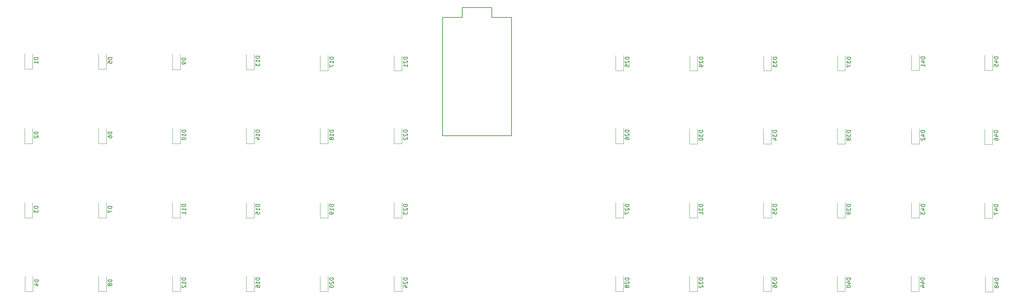
<source format=gbo>
G04 #@! TF.GenerationSoftware,KiCad,Pcbnew,(5.1.5)-3*
G04 #@! TF.CreationDate,2020-01-17T10:26:36-06:00*
G04 #@! TF.ProjectId,starter-ortho,73746172-7465-4722-9d6f-7274686f2e6b,rev?*
G04 #@! TF.SameCoordinates,Original*
G04 #@! TF.FileFunction,Legend,Bot*
G04 #@! TF.FilePolarity,Positive*
%FSLAX46Y46*%
G04 Gerber Fmt 4.6, Leading zero omitted, Abs format (unit mm)*
G04 Created by KiCad (PCBNEW (5.1.5)-3) date 2020-01-17 10:26:36*
%MOMM*%
%LPD*%
G04 APERTURE LIST*
%ADD10C,0.150000*%
%ADD11C,0.120000*%
%ADD12R,2.007000X2.007000*%
%ADD13C,2.007000*%
%ADD14C,1.302000*%
%ADD15C,2.002000*%
%ADD16C,2.102000*%
%ADD17C,3.502000*%
%ADD18C,1.702000*%
%ADD19R,1.702000X1.702000*%
%ADD20R,1.302000X1.002000*%
G04 APERTURE END LIST*
D10*
X140144500Y-46005750D02*
X157924500Y-46005750D01*
X140144500Y-15525750D02*
X140144500Y-46005750D01*
X145224500Y-15525750D02*
X140144500Y-15525750D01*
X145224500Y-12985750D02*
X145224500Y-15525750D01*
X152844500Y-12985750D02*
X145224500Y-12985750D01*
X152844500Y-15525750D02*
X152844500Y-12985750D01*
X157924500Y-15525750D02*
X152844500Y-15525750D01*
X157924500Y-15525750D02*
X157924500Y-46005750D01*
D11*
X282051000Y-86228750D02*
X282051000Y-82328750D01*
X280051000Y-86228750D02*
X280051000Y-82328750D01*
X282051000Y-86228750D02*
X280051000Y-86228750D01*
X281924000Y-67304750D02*
X281924000Y-63404750D01*
X279924000Y-67304750D02*
X279924000Y-63404750D01*
X281924000Y-67304750D02*
X279924000Y-67304750D01*
X281924000Y-48255750D02*
X281924000Y-44355750D01*
X279924000Y-48255750D02*
X279924000Y-44355750D01*
X281924000Y-48255750D02*
X279924000Y-48255750D01*
X281924000Y-29205750D02*
X281924000Y-25305750D01*
X279924000Y-29205750D02*
X279924000Y-25305750D01*
X281924000Y-29205750D02*
X279924000Y-29205750D01*
X262937500Y-86165250D02*
X262937500Y-82265250D01*
X260937500Y-86165250D02*
X260937500Y-82265250D01*
X262937500Y-86165250D02*
X260937500Y-86165250D01*
X263064500Y-67241250D02*
X263064500Y-63341250D01*
X261064500Y-67241250D02*
X261064500Y-63341250D01*
X263064500Y-67241250D02*
X261064500Y-67241250D01*
X263064500Y-48192250D02*
X263064500Y-44292250D01*
X261064500Y-48192250D02*
X261064500Y-44292250D01*
X263064500Y-48192250D02*
X261064500Y-48192250D01*
X263064500Y-29205750D02*
X263064500Y-25305750D01*
X261064500Y-29205750D02*
X261064500Y-25305750D01*
X263064500Y-29205750D02*
X261064500Y-29205750D01*
X243887500Y-86165250D02*
X243887500Y-82265250D01*
X241887500Y-86165250D02*
X241887500Y-82265250D01*
X243887500Y-86165250D02*
X241887500Y-86165250D01*
X243887500Y-67242250D02*
X243887500Y-63342250D01*
X241887500Y-67242250D02*
X241887500Y-63342250D01*
X243887500Y-67242250D02*
X241887500Y-67242250D01*
X243887500Y-48192250D02*
X243887500Y-44292250D01*
X241887500Y-48192250D02*
X241887500Y-44292250D01*
X243887500Y-48192250D02*
X241887500Y-48192250D01*
X243951000Y-29269250D02*
X243951000Y-25369250D01*
X241951000Y-29269250D02*
X241951000Y-25369250D01*
X243951000Y-29269250D02*
X241951000Y-29269250D01*
X224837500Y-86165250D02*
X224837500Y-82265250D01*
X222837500Y-86165250D02*
X222837500Y-82265250D01*
X224837500Y-86165250D02*
X222837500Y-86165250D01*
X224837500Y-67242250D02*
X224837500Y-63342250D01*
X222837500Y-67242250D02*
X222837500Y-63342250D01*
X224837500Y-67242250D02*
X222837500Y-67242250D01*
X224837500Y-48192250D02*
X224837500Y-44292250D01*
X222837500Y-48192250D02*
X222837500Y-44292250D01*
X224837500Y-48192250D02*
X222837500Y-48192250D01*
X224901000Y-29269250D02*
X224901000Y-25369250D01*
X222901000Y-29269250D02*
X222901000Y-25369250D01*
X224901000Y-29269250D02*
X222901000Y-29269250D01*
X205787500Y-86165250D02*
X205787500Y-82265250D01*
X203787500Y-86165250D02*
X203787500Y-82265250D01*
X205787500Y-86165250D02*
X203787500Y-86165250D01*
X205787500Y-67242250D02*
X205787500Y-63342250D01*
X203787500Y-67242250D02*
X203787500Y-63342250D01*
X205787500Y-67242250D02*
X203787500Y-67242250D01*
X205787500Y-48192250D02*
X205787500Y-44292250D01*
X203787500Y-48192250D02*
X203787500Y-44292250D01*
X205787500Y-48192250D02*
X203787500Y-48192250D01*
X205851000Y-29269250D02*
X205851000Y-25369250D01*
X203851000Y-29269250D02*
X203851000Y-25369250D01*
X205851000Y-29269250D02*
X203851000Y-29269250D01*
X186737500Y-86165250D02*
X186737500Y-82265250D01*
X184737500Y-86165250D02*
X184737500Y-82265250D01*
X186737500Y-86165250D02*
X184737500Y-86165250D01*
X186737500Y-67242250D02*
X186737500Y-63342250D01*
X184737500Y-67242250D02*
X184737500Y-63342250D01*
X186737500Y-67242250D02*
X184737500Y-67242250D01*
X186737500Y-48065250D02*
X186737500Y-44165250D01*
X184737500Y-48065250D02*
X184737500Y-44165250D01*
X186737500Y-48065250D02*
X184737500Y-48065250D01*
X186737500Y-29269250D02*
X186737500Y-25369250D01*
X184737500Y-29269250D02*
X184737500Y-25369250D01*
X186737500Y-29269250D02*
X184737500Y-29269250D01*
X129587500Y-86165250D02*
X129587500Y-82265250D01*
X127587500Y-86165250D02*
X127587500Y-82265250D01*
X129587500Y-86165250D02*
X127587500Y-86165250D01*
X129587500Y-67242250D02*
X129587500Y-63342250D01*
X127587500Y-67242250D02*
X127587500Y-63342250D01*
X129587500Y-67242250D02*
X127587500Y-67242250D01*
X129587500Y-48065250D02*
X129587500Y-44165250D01*
X127587500Y-48065250D02*
X127587500Y-44165250D01*
X129587500Y-48065250D02*
X127587500Y-48065250D01*
X129587500Y-29269250D02*
X129587500Y-25369250D01*
X127587500Y-29269250D02*
X127587500Y-25369250D01*
X129587500Y-29269250D02*
X127587500Y-29269250D01*
X110537500Y-86165250D02*
X110537500Y-82265250D01*
X108537500Y-86165250D02*
X108537500Y-82265250D01*
X110537500Y-86165250D02*
X108537500Y-86165250D01*
X110537500Y-67242250D02*
X110537500Y-63342250D01*
X108537500Y-67242250D02*
X108537500Y-63342250D01*
X110537500Y-67242250D02*
X108537500Y-67242250D01*
X110537500Y-48065250D02*
X110537500Y-44165250D01*
X108537500Y-48065250D02*
X108537500Y-44165250D01*
X110537500Y-48065250D02*
X108537500Y-48065250D01*
X110537500Y-29269250D02*
X110537500Y-25369250D01*
X108537500Y-29269250D02*
X108537500Y-25369250D01*
X110537500Y-29269250D02*
X108537500Y-29269250D01*
X91487500Y-86165250D02*
X91487500Y-82265250D01*
X89487500Y-86165250D02*
X89487500Y-82265250D01*
X91487500Y-86165250D02*
X89487500Y-86165250D01*
X91487500Y-67242250D02*
X91487500Y-63342250D01*
X89487500Y-67242250D02*
X89487500Y-63342250D01*
X91487500Y-67242250D02*
X89487500Y-67242250D01*
X91487500Y-48065250D02*
X91487500Y-44165250D01*
X89487500Y-48065250D02*
X89487500Y-44165250D01*
X91487500Y-48065250D02*
X89487500Y-48065250D01*
X91487500Y-29015250D02*
X91487500Y-25115250D01*
X89487500Y-29015250D02*
X89487500Y-25115250D01*
X91487500Y-29015250D02*
X89487500Y-29015250D01*
X72437500Y-86165250D02*
X72437500Y-82265250D01*
X70437500Y-86165250D02*
X70437500Y-82265250D01*
X72437500Y-86165250D02*
X70437500Y-86165250D01*
X72437500Y-67242250D02*
X72437500Y-63342250D01*
X70437500Y-67242250D02*
X70437500Y-63342250D01*
X72437500Y-67242250D02*
X70437500Y-67242250D01*
X72437500Y-48065250D02*
X72437500Y-44165250D01*
X70437500Y-48065250D02*
X70437500Y-44165250D01*
X72437500Y-48065250D02*
X70437500Y-48065250D01*
X72437500Y-29015250D02*
X72437500Y-25115250D01*
X70437500Y-29015250D02*
X70437500Y-25115250D01*
X72437500Y-29015250D02*
X70437500Y-29015250D01*
X53387500Y-86165250D02*
X53387500Y-82265250D01*
X51387500Y-86165250D02*
X51387500Y-82265250D01*
X53387500Y-86165250D02*
X51387500Y-86165250D01*
X53387500Y-67242250D02*
X53387500Y-63342250D01*
X51387500Y-67242250D02*
X51387500Y-63342250D01*
X53387500Y-67242250D02*
X51387500Y-67242250D01*
X53387500Y-48065250D02*
X53387500Y-44165250D01*
X51387500Y-48065250D02*
X51387500Y-44165250D01*
X53387500Y-48065250D02*
X51387500Y-48065250D01*
X53387500Y-28888250D02*
X53387500Y-24988250D01*
X51387500Y-28888250D02*
X51387500Y-24988250D01*
X53387500Y-28888250D02*
X51387500Y-28888250D01*
X34464500Y-86165250D02*
X34464500Y-82265250D01*
X32464500Y-86165250D02*
X32464500Y-82265250D01*
X34464500Y-86165250D02*
X32464500Y-86165250D01*
X34337500Y-67242250D02*
X34337500Y-63342250D01*
X32337500Y-67242250D02*
X32337500Y-63342250D01*
X34337500Y-67242250D02*
X32337500Y-67242250D01*
X34337500Y-48065250D02*
X34337500Y-44165250D01*
X32337500Y-48065250D02*
X32337500Y-44165250D01*
X34337500Y-48065250D02*
X32337500Y-48065250D01*
X34337500Y-28888250D02*
X34337500Y-24988250D01*
X32337500Y-28888250D02*
X32337500Y-24988250D01*
X34337500Y-28888250D02*
X32337500Y-28888250D01*
D10*
X283503380Y-82764464D02*
X282503380Y-82764464D01*
X282503380Y-83002559D01*
X282551000Y-83145416D01*
X282646238Y-83240654D01*
X282741476Y-83288273D01*
X282931952Y-83335892D01*
X283074809Y-83335892D01*
X283265285Y-83288273D01*
X283360523Y-83240654D01*
X283455761Y-83145416D01*
X283503380Y-83002559D01*
X283503380Y-82764464D01*
X282836714Y-84193035D02*
X283503380Y-84193035D01*
X282455761Y-83954940D02*
X283170047Y-83716845D01*
X283170047Y-84335892D01*
X282931952Y-84859702D02*
X282884333Y-84764464D01*
X282836714Y-84716845D01*
X282741476Y-84669226D01*
X282693857Y-84669226D01*
X282598619Y-84716845D01*
X282551000Y-84764464D01*
X282503380Y-84859702D01*
X282503380Y-85050178D01*
X282551000Y-85145416D01*
X282598619Y-85193035D01*
X282693857Y-85240654D01*
X282741476Y-85240654D01*
X282836714Y-85193035D01*
X282884333Y-85145416D01*
X282931952Y-85050178D01*
X282931952Y-84859702D01*
X282979571Y-84764464D01*
X283027190Y-84716845D01*
X283122428Y-84669226D01*
X283312904Y-84669226D01*
X283408142Y-84716845D01*
X283455761Y-84764464D01*
X283503380Y-84859702D01*
X283503380Y-85050178D01*
X283455761Y-85145416D01*
X283408142Y-85193035D01*
X283312904Y-85240654D01*
X283122428Y-85240654D01*
X283027190Y-85193035D01*
X282979571Y-85145416D01*
X282931952Y-85050178D01*
X283376380Y-63840464D02*
X282376380Y-63840464D01*
X282376380Y-64078559D01*
X282424000Y-64221416D01*
X282519238Y-64316654D01*
X282614476Y-64364273D01*
X282804952Y-64411892D01*
X282947809Y-64411892D01*
X283138285Y-64364273D01*
X283233523Y-64316654D01*
X283328761Y-64221416D01*
X283376380Y-64078559D01*
X283376380Y-63840464D01*
X282709714Y-65269035D02*
X283376380Y-65269035D01*
X282328761Y-65030940D02*
X283043047Y-64792845D01*
X283043047Y-65411892D01*
X282376380Y-65697607D02*
X282376380Y-66364273D01*
X283376380Y-65935702D01*
X283376380Y-44791464D02*
X282376380Y-44791464D01*
X282376380Y-45029559D01*
X282424000Y-45172416D01*
X282519238Y-45267654D01*
X282614476Y-45315273D01*
X282804952Y-45362892D01*
X282947809Y-45362892D01*
X283138285Y-45315273D01*
X283233523Y-45267654D01*
X283328761Y-45172416D01*
X283376380Y-45029559D01*
X283376380Y-44791464D01*
X282709714Y-46220035D02*
X283376380Y-46220035D01*
X282328761Y-45981940D02*
X283043047Y-45743845D01*
X283043047Y-46362892D01*
X282376380Y-47172416D02*
X282376380Y-46981940D01*
X282424000Y-46886702D01*
X282471619Y-46839083D01*
X282614476Y-46743845D01*
X282804952Y-46696226D01*
X283185904Y-46696226D01*
X283281142Y-46743845D01*
X283328761Y-46791464D01*
X283376380Y-46886702D01*
X283376380Y-47077178D01*
X283328761Y-47172416D01*
X283281142Y-47220035D01*
X283185904Y-47267654D01*
X282947809Y-47267654D01*
X282852571Y-47220035D01*
X282804952Y-47172416D01*
X282757333Y-47077178D01*
X282757333Y-46886702D01*
X282804952Y-46791464D01*
X282852571Y-46743845D01*
X282947809Y-46696226D01*
X283376380Y-25741464D02*
X282376380Y-25741464D01*
X282376380Y-25979559D01*
X282424000Y-26122416D01*
X282519238Y-26217654D01*
X282614476Y-26265273D01*
X282804952Y-26312892D01*
X282947809Y-26312892D01*
X283138285Y-26265273D01*
X283233523Y-26217654D01*
X283328761Y-26122416D01*
X283376380Y-25979559D01*
X283376380Y-25741464D01*
X282709714Y-27170035D02*
X283376380Y-27170035D01*
X282328761Y-26931940D02*
X283043047Y-26693845D01*
X283043047Y-27312892D01*
X282376380Y-28170035D02*
X282376380Y-27693845D01*
X282852571Y-27646226D01*
X282804952Y-27693845D01*
X282757333Y-27789083D01*
X282757333Y-28027178D01*
X282804952Y-28122416D01*
X282852571Y-28170035D01*
X282947809Y-28217654D01*
X283185904Y-28217654D01*
X283281142Y-28170035D01*
X283328761Y-28122416D01*
X283376380Y-28027178D01*
X283376380Y-27789083D01*
X283328761Y-27693845D01*
X283281142Y-27646226D01*
X264389880Y-82700964D02*
X263389880Y-82700964D01*
X263389880Y-82939059D01*
X263437500Y-83081916D01*
X263532738Y-83177154D01*
X263627976Y-83224773D01*
X263818452Y-83272392D01*
X263961309Y-83272392D01*
X264151785Y-83224773D01*
X264247023Y-83177154D01*
X264342261Y-83081916D01*
X264389880Y-82939059D01*
X264389880Y-82700964D01*
X263723214Y-84129535D02*
X264389880Y-84129535D01*
X263342261Y-83891440D02*
X264056547Y-83653345D01*
X264056547Y-84272392D01*
X263723214Y-85081916D02*
X264389880Y-85081916D01*
X263342261Y-84843821D02*
X264056547Y-84605726D01*
X264056547Y-85224773D01*
X264516880Y-63776964D02*
X263516880Y-63776964D01*
X263516880Y-64015059D01*
X263564500Y-64157916D01*
X263659738Y-64253154D01*
X263754976Y-64300773D01*
X263945452Y-64348392D01*
X264088309Y-64348392D01*
X264278785Y-64300773D01*
X264374023Y-64253154D01*
X264469261Y-64157916D01*
X264516880Y-64015059D01*
X264516880Y-63776964D01*
X263850214Y-65205535D02*
X264516880Y-65205535D01*
X263469261Y-64967440D02*
X264183547Y-64729345D01*
X264183547Y-65348392D01*
X263516880Y-65634107D02*
X263516880Y-66253154D01*
X263897833Y-65919821D01*
X263897833Y-66062678D01*
X263945452Y-66157916D01*
X263993071Y-66205535D01*
X264088309Y-66253154D01*
X264326404Y-66253154D01*
X264421642Y-66205535D01*
X264469261Y-66157916D01*
X264516880Y-66062678D01*
X264516880Y-65776964D01*
X264469261Y-65681726D01*
X264421642Y-65634107D01*
X264516880Y-44727964D02*
X263516880Y-44727964D01*
X263516880Y-44966059D01*
X263564500Y-45108916D01*
X263659738Y-45204154D01*
X263754976Y-45251773D01*
X263945452Y-45299392D01*
X264088309Y-45299392D01*
X264278785Y-45251773D01*
X264374023Y-45204154D01*
X264469261Y-45108916D01*
X264516880Y-44966059D01*
X264516880Y-44727964D01*
X263850214Y-46156535D02*
X264516880Y-46156535D01*
X263469261Y-45918440D02*
X264183547Y-45680345D01*
X264183547Y-46299392D01*
X263612119Y-46632726D02*
X263564500Y-46680345D01*
X263516880Y-46775583D01*
X263516880Y-47013678D01*
X263564500Y-47108916D01*
X263612119Y-47156535D01*
X263707357Y-47204154D01*
X263802595Y-47204154D01*
X263945452Y-47156535D01*
X264516880Y-46585107D01*
X264516880Y-47204154D01*
X264516880Y-25741464D02*
X263516880Y-25741464D01*
X263516880Y-25979559D01*
X263564500Y-26122416D01*
X263659738Y-26217654D01*
X263754976Y-26265273D01*
X263945452Y-26312892D01*
X264088309Y-26312892D01*
X264278785Y-26265273D01*
X264374023Y-26217654D01*
X264469261Y-26122416D01*
X264516880Y-25979559D01*
X264516880Y-25741464D01*
X263850214Y-27170035D02*
X264516880Y-27170035D01*
X263469261Y-26931940D02*
X264183547Y-26693845D01*
X264183547Y-27312892D01*
X264516880Y-28217654D02*
X264516880Y-27646226D01*
X264516880Y-27931940D02*
X263516880Y-27931940D01*
X263659738Y-27836702D01*
X263754976Y-27741464D01*
X263802595Y-27646226D01*
X245339880Y-82700964D02*
X244339880Y-82700964D01*
X244339880Y-82939059D01*
X244387500Y-83081916D01*
X244482738Y-83177154D01*
X244577976Y-83224773D01*
X244768452Y-83272392D01*
X244911309Y-83272392D01*
X245101785Y-83224773D01*
X245197023Y-83177154D01*
X245292261Y-83081916D01*
X245339880Y-82939059D01*
X245339880Y-82700964D01*
X244673214Y-84129535D02*
X245339880Y-84129535D01*
X244292261Y-83891440D02*
X245006547Y-83653345D01*
X245006547Y-84272392D01*
X244339880Y-84843821D02*
X244339880Y-84939059D01*
X244387500Y-85034297D01*
X244435119Y-85081916D01*
X244530357Y-85129535D01*
X244720833Y-85177154D01*
X244958928Y-85177154D01*
X245149404Y-85129535D01*
X245244642Y-85081916D01*
X245292261Y-85034297D01*
X245339880Y-84939059D01*
X245339880Y-84843821D01*
X245292261Y-84748583D01*
X245244642Y-84700964D01*
X245149404Y-84653345D01*
X244958928Y-84605726D01*
X244720833Y-84605726D01*
X244530357Y-84653345D01*
X244435119Y-84700964D01*
X244387500Y-84748583D01*
X244339880Y-84843821D01*
X245339880Y-63777964D02*
X244339880Y-63777964D01*
X244339880Y-64016059D01*
X244387500Y-64158916D01*
X244482738Y-64254154D01*
X244577976Y-64301773D01*
X244768452Y-64349392D01*
X244911309Y-64349392D01*
X245101785Y-64301773D01*
X245197023Y-64254154D01*
X245292261Y-64158916D01*
X245339880Y-64016059D01*
X245339880Y-63777964D01*
X244339880Y-64682726D02*
X244339880Y-65301773D01*
X244720833Y-64968440D01*
X244720833Y-65111297D01*
X244768452Y-65206535D01*
X244816071Y-65254154D01*
X244911309Y-65301773D01*
X245149404Y-65301773D01*
X245244642Y-65254154D01*
X245292261Y-65206535D01*
X245339880Y-65111297D01*
X245339880Y-64825583D01*
X245292261Y-64730345D01*
X245244642Y-64682726D01*
X245339880Y-65777964D02*
X245339880Y-65968440D01*
X245292261Y-66063678D01*
X245244642Y-66111297D01*
X245101785Y-66206535D01*
X244911309Y-66254154D01*
X244530357Y-66254154D01*
X244435119Y-66206535D01*
X244387500Y-66158916D01*
X244339880Y-66063678D01*
X244339880Y-65873202D01*
X244387500Y-65777964D01*
X244435119Y-65730345D01*
X244530357Y-65682726D01*
X244768452Y-65682726D01*
X244863690Y-65730345D01*
X244911309Y-65777964D01*
X244958928Y-65873202D01*
X244958928Y-66063678D01*
X244911309Y-66158916D01*
X244863690Y-66206535D01*
X244768452Y-66254154D01*
X245339880Y-44727964D02*
X244339880Y-44727964D01*
X244339880Y-44966059D01*
X244387500Y-45108916D01*
X244482738Y-45204154D01*
X244577976Y-45251773D01*
X244768452Y-45299392D01*
X244911309Y-45299392D01*
X245101785Y-45251773D01*
X245197023Y-45204154D01*
X245292261Y-45108916D01*
X245339880Y-44966059D01*
X245339880Y-44727964D01*
X244339880Y-45632726D02*
X244339880Y-46251773D01*
X244720833Y-45918440D01*
X244720833Y-46061297D01*
X244768452Y-46156535D01*
X244816071Y-46204154D01*
X244911309Y-46251773D01*
X245149404Y-46251773D01*
X245244642Y-46204154D01*
X245292261Y-46156535D01*
X245339880Y-46061297D01*
X245339880Y-45775583D01*
X245292261Y-45680345D01*
X245244642Y-45632726D01*
X244768452Y-46823202D02*
X244720833Y-46727964D01*
X244673214Y-46680345D01*
X244577976Y-46632726D01*
X244530357Y-46632726D01*
X244435119Y-46680345D01*
X244387500Y-46727964D01*
X244339880Y-46823202D01*
X244339880Y-47013678D01*
X244387500Y-47108916D01*
X244435119Y-47156535D01*
X244530357Y-47204154D01*
X244577976Y-47204154D01*
X244673214Y-47156535D01*
X244720833Y-47108916D01*
X244768452Y-47013678D01*
X244768452Y-46823202D01*
X244816071Y-46727964D01*
X244863690Y-46680345D01*
X244958928Y-46632726D01*
X245149404Y-46632726D01*
X245244642Y-46680345D01*
X245292261Y-46727964D01*
X245339880Y-46823202D01*
X245339880Y-47013678D01*
X245292261Y-47108916D01*
X245244642Y-47156535D01*
X245149404Y-47204154D01*
X244958928Y-47204154D01*
X244863690Y-47156535D01*
X244816071Y-47108916D01*
X244768452Y-47013678D01*
X245403380Y-25804964D02*
X244403380Y-25804964D01*
X244403380Y-26043059D01*
X244451000Y-26185916D01*
X244546238Y-26281154D01*
X244641476Y-26328773D01*
X244831952Y-26376392D01*
X244974809Y-26376392D01*
X245165285Y-26328773D01*
X245260523Y-26281154D01*
X245355761Y-26185916D01*
X245403380Y-26043059D01*
X245403380Y-25804964D01*
X244403380Y-26709726D02*
X244403380Y-27328773D01*
X244784333Y-26995440D01*
X244784333Y-27138297D01*
X244831952Y-27233535D01*
X244879571Y-27281154D01*
X244974809Y-27328773D01*
X245212904Y-27328773D01*
X245308142Y-27281154D01*
X245355761Y-27233535D01*
X245403380Y-27138297D01*
X245403380Y-26852583D01*
X245355761Y-26757345D01*
X245308142Y-26709726D01*
X244403380Y-27662107D02*
X244403380Y-28328773D01*
X245403380Y-27900202D01*
X226289880Y-82700964D02*
X225289880Y-82700964D01*
X225289880Y-82939059D01*
X225337500Y-83081916D01*
X225432738Y-83177154D01*
X225527976Y-83224773D01*
X225718452Y-83272392D01*
X225861309Y-83272392D01*
X226051785Y-83224773D01*
X226147023Y-83177154D01*
X226242261Y-83081916D01*
X226289880Y-82939059D01*
X226289880Y-82700964D01*
X225289880Y-83605726D02*
X225289880Y-84224773D01*
X225670833Y-83891440D01*
X225670833Y-84034297D01*
X225718452Y-84129535D01*
X225766071Y-84177154D01*
X225861309Y-84224773D01*
X226099404Y-84224773D01*
X226194642Y-84177154D01*
X226242261Y-84129535D01*
X226289880Y-84034297D01*
X226289880Y-83748583D01*
X226242261Y-83653345D01*
X226194642Y-83605726D01*
X225289880Y-85081916D02*
X225289880Y-84891440D01*
X225337500Y-84796202D01*
X225385119Y-84748583D01*
X225527976Y-84653345D01*
X225718452Y-84605726D01*
X226099404Y-84605726D01*
X226194642Y-84653345D01*
X226242261Y-84700964D01*
X226289880Y-84796202D01*
X226289880Y-84986678D01*
X226242261Y-85081916D01*
X226194642Y-85129535D01*
X226099404Y-85177154D01*
X225861309Y-85177154D01*
X225766071Y-85129535D01*
X225718452Y-85081916D01*
X225670833Y-84986678D01*
X225670833Y-84796202D01*
X225718452Y-84700964D01*
X225766071Y-84653345D01*
X225861309Y-84605726D01*
X226289880Y-63777964D02*
X225289880Y-63777964D01*
X225289880Y-64016059D01*
X225337500Y-64158916D01*
X225432738Y-64254154D01*
X225527976Y-64301773D01*
X225718452Y-64349392D01*
X225861309Y-64349392D01*
X226051785Y-64301773D01*
X226147023Y-64254154D01*
X226242261Y-64158916D01*
X226289880Y-64016059D01*
X226289880Y-63777964D01*
X225289880Y-64682726D02*
X225289880Y-65301773D01*
X225670833Y-64968440D01*
X225670833Y-65111297D01*
X225718452Y-65206535D01*
X225766071Y-65254154D01*
X225861309Y-65301773D01*
X226099404Y-65301773D01*
X226194642Y-65254154D01*
X226242261Y-65206535D01*
X226289880Y-65111297D01*
X226289880Y-64825583D01*
X226242261Y-64730345D01*
X226194642Y-64682726D01*
X225289880Y-66206535D02*
X225289880Y-65730345D01*
X225766071Y-65682726D01*
X225718452Y-65730345D01*
X225670833Y-65825583D01*
X225670833Y-66063678D01*
X225718452Y-66158916D01*
X225766071Y-66206535D01*
X225861309Y-66254154D01*
X226099404Y-66254154D01*
X226194642Y-66206535D01*
X226242261Y-66158916D01*
X226289880Y-66063678D01*
X226289880Y-65825583D01*
X226242261Y-65730345D01*
X226194642Y-65682726D01*
X226289880Y-44727964D02*
X225289880Y-44727964D01*
X225289880Y-44966059D01*
X225337500Y-45108916D01*
X225432738Y-45204154D01*
X225527976Y-45251773D01*
X225718452Y-45299392D01*
X225861309Y-45299392D01*
X226051785Y-45251773D01*
X226147023Y-45204154D01*
X226242261Y-45108916D01*
X226289880Y-44966059D01*
X226289880Y-44727964D01*
X225289880Y-45632726D02*
X225289880Y-46251773D01*
X225670833Y-45918440D01*
X225670833Y-46061297D01*
X225718452Y-46156535D01*
X225766071Y-46204154D01*
X225861309Y-46251773D01*
X226099404Y-46251773D01*
X226194642Y-46204154D01*
X226242261Y-46156535D01*
X226289880Y-46061297D01*
X226289880Y-45775583D01*
X226242261Y-45680345D01*
X226194642Y-45632726D01*
X225623214Y-47108916D02*
X226289880Y-47108916D01*
X225242261Y-46870821D02*
X225956547Y-46632726D01*
X225956547Y-47251773D01*
X226353380Y-25804964D02*
X225353380Y-25804964D01*
X225353380Y-26043059D01*
X225401000Y-26185916D01*
X225496238Y-26281154D01*
X225591476Y-26328773D01*
X225781952Y-26376392D01*
X225924809Y-26376392D01*
X226115285Y-26328773D01*
X226210523Y-26281154D01*
X226305761Y-26185916D01*
X226353380Y-26043059D01*
X226353380Y-25804964D01*
X225353380Y-26709726D02*
X225353380Y-27328773D01*
X225734333Y-26995440D01*
X225734333Y-27138297D01*
X225781952Y-27233535D01*
X225829571Y-27281154D01*
X225924809Y-27328773D01*
X226162904Y-27328773D01*
X226258142Y-27281154D01*
X226305761Y-27233535D01*
X226353380Y-27138297D01*
X226353380Y-26852583D01*
X226305761Y-26757345D01*
X226258142Y-26709726D01*
X225353380Y-27662107D02*
X225353380Y-28281154D01*
X225734333Y-27947821D01*
X225734333Y-28090678D01*
X225781952Y-28185916D01*
X225829571Y-28233535D01*
X225924809Y-28281154D01*
X226162904Y-28281154D01*
X226258142Y-28233535D01*
X226305761Y-28185916D01*
X226353380Y-28090678D01*
X226353380Y-27804964D01*
X226305761Y-27709726D01*
X226258142Y-27662107D01*
X207239880Y-82700964D02*
X206239880Y-82700964D01*
X206239880Y-82939059D01*
X206287500Y-83081916D01*
X206382738Y-83177154D01*
X206477976Y-83224773D01*
X206668452Y-83272392D01*
X206811309Y-83272392D01*
X207001785Y-83224773D01*
X207097023Y-83177154D01*
X207192261Y-83081916D01*
X207239880Y-82939059D01*
X207239880Y-82700964D01*
X206239880Y-83605726D02*
X206239880Y-84224773D01*
X206620833Y-83891440D01*
X206620833Y-84034297D01*
X206668452Y-84129535D01*
X206716071Y-84177154D01*
X206811309Y-84224773D01*
X207049404Y-84224773D01*
X207144642Y-84177154D01*
X207192261Y-84129535D01*
X207239880Y-84034297D01*
X207239880Y-83748583D01*
X207192261Y-83653345D01*
X207144642Y-83605726D01*
X206335119Y-84605726D02*
X206287500Y-84653345D01*
X206239880Y-84748583D01*
X206239880Y-84986678D01*
X206287500Y-85081916D01*
X206335119Y-85129535D01*
X206430357Y-85177154D01*
X206525595Y-85177154D01*
X206668452Y-85129535D01*
X207239880Y-84558107D01*
X207239880Y-85177154D01*
X207239880Y-63777964D02*
X206239880Y-63777964D01*
X206239880Y-64016059D01*
X206287500Y-64158916D01*
X206382738Y-64254154D01*
X206477976Y-64301773D01*
X206668452Y-64349392D01*
X206811309Y-64349392D01*
X207001785Y-64301773D01*
X207097023Y-64254154D01*
X207192261Y-64158916D01*
X207239880Y-64016059D01*
X207239880Y-63777964D01*
X206239880Y-64682726D02*
X206239880Y-65301773D01*
X206620833Y-64968440D01*
X206620833Y-65111297D01*
X206668452Y-65206535D01*
X206716071Y-65254154D01*
X206811309Y-65301773D01*
X207049404Y-65301773D01*
X207144642Y-65254154D01*
X207192261Y-65206535D01*
X207239880Y-65111297D01*
X207239880Y-64825583D01*
X207192261Y-64730345D01*
X207144642Y-64682726D01*
X207239880Y-66254154D02*
X207239880Y-65682726D01*
X207239880Y-65968440D02*
X206239880Y-65968440D01*
X206382738Y-65873202D01*
X206477976Y-65777964D01*
X206525595Y-65682726D01*
X207239880Y-44727964D02*
X206239880Y-44727964D01*
X206239880Y-44966059D01*
X206287500Y-45108916D01*
X206382738Y-45204154D01*
X206477976Y-45251773D01*
X206668452Y-45299392D01*
X206811309Y-45299392D01*
X207001785Y-45251773D01*
X207097023Y-45204154D01*
X207192261Y-45108916D01*
X207239880Y-44966059D01*
X207239880Y-44727964D01*
X206239880Y-45632726D02*
X206239880Y-46251773D01*
X206620833Y-45918440D01*
X206620833Y-46061297D01*
X206668452Y-46156535D01*
X206716071Y-46204154D01*
X206811309Y-46251773D01*
X207049404Y-46251773D01*
X207144642Y-46204154D01*
X207192261Y-46156535D01*
X207239880Y-46061297D01*
X207239880Y-45775583D01*
X207192261Y-45680345D01*
X207144642Y-45632726D01*
X206239880Y-46870821D02*
X206239880Y-46966059D01*
X206287500Y-47061297D01*
X206335119Y-47108916D01*
X206430357Y-47156535D01*
X206620833Y-47204154D01*
X206858928Y-47204154D01*
X207049404Y-47156535D01*
X207144642Y-47108916D01*
X207192261Y-47061297D01*
X207239880Y-46966059D01*
X207239880Y-46870821D01*
X207192261Y-46775583D01*
X207144642Y-46727964D01*
X207049404Y-46680345D01*
X206858928Y-46632726D01*
X206620833Y-46632726D01*
X206430357Y-46680345D01*
X206335119Y-46727964D01*
X206287500Y-46775583D01*
X206239880Y-46870821D01*
X207303380Y-25804964D02*
X206303380Y-25804964D01*
X206303380Y-26043059D01*
X206351000Y-26185916D01*
X206446238Y-26281154D01*
X206541476Y-26328773D01*
X206731952Y-26376392D01*
X206874809Y-26376392D01*
X207065285Y-26328773D01*
X207160523Y-26281154D01*
X207255761Y-26185916D01*
X207303380Y-26043059D01*
X207303380Y-25804964D01*
X206398619Y-26757345D02*
X206351000Y-26804964D01*
X206303380Y-26900202D01*
X206303380Y-27138297D01*
X206351000Y-27233535D01*
X206398619Y-27281154D01*
X206493857Y-27328773D01*
X206589095Y-27328773D01*
X206731952Y-27281154D01*
X207303380Y-26709726D01*
X207303380Y-27328773D01*
X207303380Y-27804964D02*
X207303380Y-27995440D01*
X207255761Y-28090678D01*
X207208142Y-28138297D01*
X207065285Y-28233535D01*
X206874809Y-28281154D01*
X206493857Y-28281154D01*
X206398619Y-28233535D01*
X206351000Y-28185916D01*
X206303380Y-28090678D01*
X206303380Y-27900202D01*
X206351000Y-27804964D01*
X206398619Y-27757345D01*
X206493857Y-27709726D01*
X206731952Y-27709726D01*
X206827190Y-27757345D01*
X206874809Y-27804964D01*
X206922428Y-27900202D01*
X206922428Y-28090678D01*
X206874809Y-28185916D01*
X206827190Y-28233535D01*
X206731952Y-28281154D01*
X188189880Y-82700964D02*
X187189880Y-82700964D01*
X187189880Y-82939059D01*
X187237500Y-83081916D01*
X187332738Y-83177154D01*
X187427976Y-83224773D01*
X187618452Y-83272392D01*
X187761309Y-83272392D01*
X187951785Y-83224773D01*
X188047023Y-83177154D01*
X188142261Y-83081916D01*
X188189880Y-82939059D01*
X188189880Y-82700964D01*
X187285119Y-83653345D02*
X187237500Y-83700964D01*
X187189880Y-83796202D01*
X187189880Y-84034297D01*
X187237500Y-84129535D01*
X187285119Y-84177154D01*
X187380357Y-84224773D01*
X187475595Y-84224773D01*
X187618452Y-84177154D01*
X188189880Y-83605726D01*
X188189880Y-84224773D01*
X187618452Y-84796202D02*
X187570833Y-84700964D01*
X187523214Y-84653345D01*
X187427976Y-84605726D01*
X187380357Y-84605726D01*
X187285119Y-84653345D01*
X187237500Y-84700964D01*
X187189880Y-84796202D01*
X187189880Y-84986678D01*
X187237500Y-85081916D01*
X187285119Y-85129535D01*
X187380357Y-85177154D01*
X187427976Y-85177154D01*
X187523214Y-85129535D01*
X187570833Y-85081916D01*
X187618452Y-84986678D01*
X187618452Y-84796202D01*
X187666071Y-84700964D01*
X187713690Y-84653345D01*
X187808928Y-84605726D01*
X187999404Y-84605726D01*
X188094642Y-84653345D01*
X188142261Y-84700964D01*
X188189880Y-84796202D01*
X188189880Y-84986678D01*
X188142261Y-85081916D01*
X188094642Y-85129535D01*
X187999404Y-85177154D01*
X187808928Y-85177154D01*
X187713690Y-85129535D01*
X187666071Y-85081916D01*
X187618452Y-84986678D01*
X188189880Y-63777964D02*
X187189880Y-63777964D01*
X187189880Y-64016059D01*
X187237500Y-64158916D01*
X187332738Y-64254154D01*
X187427976Y-64301773D01*
X187618452Y-64349392D01*
X187761309Y-64349392D01*
X187951785Y-64301773D01*
X188047023Y-64254154D01*
X188142261Y-64158916D01*
X188189880Y-64016059D01*
X188189880Y-63777964D01*
X187285119Y-64730345D02*
X187237500Y-64777964D01*
X187189880Y-64873202D01*
X187189880Y-65111297D01*
X187237500Y-65206535D01*
X187285119Y-65254154D01*
X187380357Y-65301773D01*
X187475595Y-65301773D01*
X187618452Y-65254154D01*
X188189880Y-64682726D01*
X188189880Y-65301773D01*
X187189880Y-65635107D02*
X187189880Y-66301773D01*
X188189880Y-65873202D01*
X188189880Y-44600964D02*
X187189880Y-44600964D01*
X187189880Y-44839059D01*
X187237500Y-44981916D01*
X187332738Y-45077154D01*
X187427976Y-45124773D01*
X187618452Y-45172392D01*
X187761309Y-45172392D01*
X187951785Y-45124773D01*
X188047023Y-45077154D01*
X188142261Y-44981916D01*
X188189880Y-44839059D01*
X188189880Y-44600964D01*
X187285119Y-45553345D02*
X187237500Y-45600964D01*
X187189880Y-45696202D01*
X187189880Y-45934297D01*
X187237500Y-46029535D01*
X187285119Y-46077154D01*
X187380357Y-46124773D01*
X187475595Y-46124773D01*
X187618452Y-46077154D01*
X188189880Y-45505726D01*
X188189880Y-46124773D01*
X187189880Y-46981916D02*
X187189880Y-46791440D01*
X187237500Y-46696202D01*
X187285119Y-46648583D01*
X187427976Y-46553345D01*
X187618452Y-46505726D01*
X187999404Y-46505726D01*
X188094642Y-46553345D01*
X188142261Y-46600964D01*
X188189880Y-46696202D01*
X188189880Y-46886678D01*
X188142261Y-46981916D01*
X188094642Y-47029535D01*
X187999404Y-47077154D01*
X187761309Y-47077154D01*
X187666071Y-47029535D01*
X187618452Y-46981916D01*
X187570833Y-46886678D01*
X187570833Y-46696202D01*
X187618452Y-46600964D01*
X187666071Y-46553345D01*
X187761309Y-46505726D01*
X188189880Y-25804964D02*
X187189880Y-25804964D01*
X187189880Y-26043059D01*
X187237500Y-26185916D01*
X187332738Y-26281154D01*
X187427976Y-26328773D01*
X187618452Y-26376392D01*
X187761309Y-26376392D01*
X187951785Y-26328773D01*
X188047023Y-26281154D01*
X188142261Y-26185916D01*
X188189880Y-26043059D01*
X188189880Y-25804964D01*
X187285119Y-26757345D02*
X187237500Y-26804964D01*
X187189880Y-26900202D01*
X187189880Y-27138297D01*
X187237500Y-27233535D01*
X187285119Y-27281154D01*
X187380357Y-27328773D01*
X187475595Y-27328773D01*
X187618452Y-27281154D01*
X188189880Y-26709726D01*
X188189880Y-27328773D01*
X187189880Y-28233535D02*
X187189880Y-27757345D01*
X187666071Y-27709726D01*
X187618452Y-27757345D01*
X187570833Y-27852583D01*
X187570833Y-28090678D01*
X187618452Y-28185916D01*
X187666071Y-28233535D01*
X187761309Y-28281154D01*
X187999404Y-28281154D01*
X188094642Y-28233535D01*
X188142261Y-28185916D01*
X188189880Y-28090678D01*
X188189880Y-27852583D01*
X188142261Y-27757345D01*
X188094642Y-27709726D01*
X131039880Y-82700964D02*
X130039880Y-82700964D01*
X130039880Y-82939059D01*
X130087500Y-83081916D01*
X130182738Y-83177154D01*
X130277976Y-83224773D01*
X130468452Y-83272392D01*
X130611309Y-83272392D01*
X130801785Y-83224773D01*
X130897023Y-83177154D01*
X130992261Y-83081916D01*
X131039880Y-82939059D01*
X131039880Y-82700964D01*
X130135119Y-83653345D02*
X130087500Y-83700964D01*
X130039880Y-83796202D01*
X130039880Y-84034297D01*
X130087500Y-84129535D01*
X130135119Y-84177154D01*
X130230357Y-84224773D01*
X130325595Y-84224773D01*
X130468452Y-84177154D01*
X131039880Y-83605726D01*
X131039880Y-84224773D01*
X130373214Y-85081916D02*
X131039880Y-85081916D01*
X129992261Y-84843821D02*
X130706547Y-84605726D01*
X130706547Y-85224773D01*
X131039880Y-63777964D02*
X130039880Y-63777964D01*
X130039880Y-64016059D01*
X130087500Y-64158916D01*
X130182738Y-64254154D01*
X130277976Y-64301773D01*
X130468452Y-64349392D01*
X130611309Y-64349392D01*
X130801785Y-64301773D01*
X130897023Y-64254154D01*
X130992261Y-64158916D01*
X131039880Y-64016059D01*
X131039880Y-63777964D01*
X130135119Y-64730345D02*
X130087500Y-64777964D01*
X130039880Y-64873202D01*
X130039880Y-65111297D01*
X130087500Y-65206535D01*
X130135119Y-65254154D01*
X130230357Y-65301773D01*
X130325595Y-65301773D01*
X130468452Y-65254154D01*
X131039880Y-64682726D01*
X131039880Y-65301773D01*
X130039880Y-65635107D02*
X130039880Y-66254154D01*
X130420833Y-65920821D01*
X130420833Y-66063678D01*
X130468452Y-66158916D01*
X130516071Y-66206535D01*
X130611309Y-66254154D01*
X130849404Y-66254154D01*
X130944642Y-66206535D01*
X130992261Y-66158916D01*
X131039880Y-66063678D01*
X131039880Y-65777964D01*
X130992261Y-65682726D01*
X130944642Y-65635107D01*
X131039880Y-44600964D02*
X130039880Y-44600964D01*
X130039880Y-44839059D01*
X130087500Y-44981916D01*
X130182738Y-45077154D01*
X130277976Y-45124773D01*
X130468452Y-45172392D01*
X130611309Y-45172392D01*
X130801785Y-45124773D01*
X130897023Y-45077154D01*
X130992261Y-44981916D01*
X131039880Y-44839059D01*
X131039880Y-44600964D01*
X130135119Y-45553345D02*
X130087500Y-45600964D01*
X130039880Y-45696202D01*
X130039880Y-45934297D01*
X130087500Y-46029535D01*
X130135119Y-46077154D01*
X130230357Y-46124773D01*
X130325595Y-46124773D01*
X130468452Y-46077154D01*
X131039880Y-45505726D01*
X131039880Y-46124773D01*
X130135119Y-46505726D02*
X130087500Y-46553345D01*
X130039880Y-46648583D01*
X130039880Y-46886678D01*
X130087500Y-46981916D01*
X130135119Y-47029535D01*
X130230357Y-47077154D01*
X130325595Y-47077154D01*
X130468452Y-47029535D01*
X131039880Y-46458107D01*
X131039880Y-47077154D01*
X131039880Y-25804964D02*
X130039880Y-25804964D01*
X130039880Y-26043059D01*
X130087500Y-26185916D01*
X130182738Y-26281154D01*
X130277976Y-26328773D01*
X130468452Y-26376392D01*
X130611309Y-26376392D01*
X130801785Y-26328773D01*
X130897023Y-26281154D01*
X130992261Y-26185916D01*
X131039880Y-26043059D01*
X131039880Y-25804964D01*
X130135119Y-26757345D02*
X130087500Y-26804964D01*
X130039880Y-26900202D01*
X130039880Y-27138297D01*
X130087500Y-27233535D01*
X130135119Y-27281154D01*
X130230357Y-27328773D01*
X130325595Y-27328773D01*
X130468452Y-27281154D01*
X131039880Y-26709726D01*
X131039880Y-27328773D01*
X131039880Y-28281154D02*
X131039880Y-27709726D01*
X131039880Y-27995440D02*
X130039880Y-27995440D01*
X130182738Y-27900202D01*
X130277976Y-27804964D01*
X130325595Y-27709726D01*
X111989880Y-82700964D02*
X110989880Y-82700964D01*
X110989880Y-82939059D01*
X111037500Y-83081916D01*
X111132738Y-83177154D01*
X111227976Y-83224773D01*
X111418452Y-83272392D01*
X111561309Y-83272392D01*
X111751785Y-83224773D01*
X111847023Y-83177154D01*
X111942261Y-83081916D01*
X111989880Y-82939059D01*
X111989880Y-82700964D01*
X111085119Y-83653345D02*
X111037500Y-83700964D01*
X110989880Y-83796202D01*
X110989880Y-84034297D01*
X111037500Y-84129535D01*
X111085119Y-84177154D01*
X111180357Y-84224773D01*
X111275595Y-84224773D01*
X111418452Y-84177154D01*
X111989880Y-83605726D01*
X111989880Y-84224773D01*
X110989880Y-84843821D02*
X110989880Y-84939059D01*
X111037500Y-85034297D01*
X111085119Y-85081916D01*
X111180357Y-85129535D01*
X111370833Y-85177154D01*
X111608928Y-85177154D01*
X111799404Y-85129535D01*
X111894642Y-85081916D01*
X111942261Y-85034297D01*
X111989880Y-84939059D01*
X111989880Y-84843821D01*
X111942261Y-84748583D01*
X111894642Y-84700964D01*
X111799404Y-84653345D01*
X111608928Y-84605726D01*
X111370833Y-84605726D01*
X111180357Y-84653345D01*
X111085119Y-84700964D01*
X111037500Y-84748583D01*
X110989880Y-84843821D01*
X111989880Y-63777964D02*
X110989880Y-63777964D01*
X110989880Y-64016059D01*
X111037500Y-64158916D01*
X111132738Y-64254154D01*
X111227976Y-64301773D01*
X111418452Y-64349392D01*
X111561309Y-64349392D01*
X111751785Y-64301773D01*
X111847023Y-64254154D01*
X111942261Y-64158916D01*
X111989880Y-64016059D01*
X111989880Y-63777964D01*
X111989880Y-65301773D02*
X111989880Y-64730345D01*
X111989880Y-65016059D02*
X110989880Y-65016059D01*
X111132738Y-64920821D01*
X111227976Y-64825583D01*
X111275595Y-64730345D01*
X111989880Y-65777964D02*
X111989880Y-65968440D01*
X111942261Y-66063678D01*
X111894642Y-66111297D01*
X111751785Y-66206535D01*
X111561309Y-66254154D01*
X111180357Y-66254154D01*
X111085119Y-66206535D01*
X111037500Y-66158916D01*
X110989880Y-66063678D01*
X110989880Y-65873202D01*
X111037500Y-65777964D01*
X111085119Y-65730345D01*
X111180357Y-65682726D01*
X111418452Y-65682726D01*
X111513690Y-65730345D01*
X111561309Y-65777964D01*
X111608928Y-65873202D01*
X111608928Y-66063678D01*
X111561309Y-66158916D01*
X111513690Y-66206535D01*
X111418452Y-66254154D01*
X111989880Y-44600964D02*
X110989880Y-44600964D01*
X110989880Y-44839059D01*
X111037500Y-44981916D01*
X111132738Y-45077154D01*
X111227976Y-45124773D01*
X111418452Y-45172392D01*
X111561309Y-45172392D01*
X111751785Y-45124773D01*
X111847023Y-45077154D01*
X111942261Y-44981916D01*
X111989880Y-44839059D01*
X111989880Y-44600964D01*
X111989880Y-46124773D02*
X111989880Y-45553345D01*
X111989880Y-45839059D02*
X110989880Y-45839059D01*
X111132738Y-45743821D01*
X111227976Y-45648583D01*
X111275595Y-45553345D01*
X111418452Y-46696202D02*
X111370833Y-46600964D01*
X111323214Y-46553345D01*
X111227976Y-46505726D01*
X111180357Y-46505726D01*
X111085119Y-46553345D01*
X111037500Y-46600964D01*
X110989880Y-46696202D01*
X110989880Y-46886678D01*
X111037500Y-46981916D01*
X111085119Y-47029535D01*
X111180357Y-47077154D01*
X111227976Y-47077154D01*
X111323214Y-47029535D01*
X111370833Y-46981916D01*
X111418452Y-46886678D01*
X111418452Y-46696202D01*
X111466071Y-46600964D01*
X111513690Y-46553345D01*
X111608928Y-46505726D01*
X111799404Y-46505726D01*
X111894642Y-46553345D01*
X111942261Y-46600964D01*
X111989880Y-46696202D01*
X111989880Y-46886678D01*
X111942261Y-46981916D01*
X111894642Y-47029535D01*
X111799404Y-47077154D01*
X111608928Y-47077154D01*
X111513690Y-47029535D01*
X111466071Y-46981916D01*
X111418452Y-46886678D01*
X111989880Y-25804964D02*
X110989880Y-25804964D01*
X110989880Y-26043059D01*
X111037500Y-26185916D01*
X111132738Y-26281154D01*
X111227976Y-26328773D01*
X111418452Y-26376392D01*
X111561309Y-26376392D01*
X111751785Y-26328773D01*
X111847023Y-26281154D01*
X111942261Y-26185916D01*
X111989880Y-26043059D01*
X111989880Y-25804964D01*
X111989880Y-27328773D02*
X111989880Y-26757345D01*
X111989880Y-27043059D02*
X110989880Y-27043059D01*
X111132738Y-26947821D01*
X111227976Y-26852583D01*
X111275595Y-26757345D01*
X110989880Y-27662107D02*
X110989880Y-28328773D01*
X111989880Y-27900202D01*
X92939880Y-82700964D02*
X91939880Y-82700964D01*
X91939880Y-82939059D01*
X91987500Y-83081916D01*
X92082738Y-83177154D01*
X92177976Y-83224773D01*
X92368452Y-83272392D01*
X92511309Y-83272392D01*
X92701785Y-83224773D01*
X92797023Y-83177154D01*
X92892261Y-83081916D01*
X92939880Y-82939059D01*
X92939880Y-82700964D01*
X92939880Y-84224773D02*
X92939880Y-83653345D01*
X92939880Y-83939059D02*
X91939880Y-83939059D01*
X92082738Y-83843821D01*
X92177976Y-83748583D01*
X92225595Y-83653345D01*
X91939880Y-85081916D02*
X91939880Y-84891440D01*
X91987500Y-84796202D01*
X92035119Y-84748583D01*
X92177976Y-84653345D01*
X92368452Y-84605726D01*
X92749404Y-84605726D01*
X92844642Y-84653345D01*
X92892261Y-84700964D01*
X92939880Y-84796202D01*
X92939880Y-84986678D01*
X92892261Y-85081916D01*
X92844642Y-85129535D01*
X92749404Y-85177154D01*
X92511309Y-85177154D01*
X92416071Y-85129535D01*
X92368452Y-85081916D01*
X92320833Y-84986678D01*
X92320833Y-84796202D01*
X92368452Y-84700964D01*
X92416071Y-84653345D01*
X92511309Y-84605726D01*
X92939880Y-63777964D02*
X91939880Y-63777964D01*
X91939880Y-64016059D01*
X91987500Y-64158916D01*
X92082738Y-64254154D01*
X92177976Y-64301773D01*
X92368452Y-64349392D01*
X92511309Y-64349392D01*
X92701785Y-64301773D01*
X92797023Y-64254154D01*
X92892261Y-64158916D01*
X92939880Y-64016059D01*
X92939880Y-63777964D01*
X92939880Y-65301773D02*
X92939880Y-64730345D01*
X92939880Y-65016059D02*
X91939880Y-65016059D01*
X92082738Y-64920821D01*
X92177976Y-64825583D01*
X92225595Y-64730345D01*
X91939880Y-66206535D02*
X91939880Y-65730345D01*
X92416071Y-65682726D01*
X92368452Y-65730345D01*
X92320833Y-65825583D01*
X92320833Y-66063678D01*
X92368452Y-66158916D01*
X92416071Y-66206535D01*
X92511309Y-66254154D01*
X92749404Y-66254154D01*
X92844642Y-66206535D01*
X92892261Y-66158916D01*
X92939880Y-66063678D01*
X92939880Y-65825583D01*
X92892261Y-65730345D01*
X92844642Y-65682726D01*
X92939880Y-44600964D02*
X91939880Y-44600964D01*
X91939880Y-44839059D01*
X91987500Y-44981916D01*
X92082738Y-45077154D01*
X92177976Y-45124773D01*
X92368452Y-45172392D01*
X92511309Y-45172392D01*
X92701785Y-45124773D01*
X92797023Y-45077154D01*
X92892261Y-44981916D01*
X92939880Y-44839059D01*
X92939880Y-44600964D01*
X92939880Y-46124773D02*
X92939880Y-45553345D01*
X92939880Y-45839059D02*
X91939880Y-45839059D01*
X92082738Y-45743821D01*
X92177976Y-45648583D01*
X92225595Y-45553345D01*
X92273214Y-46981916D02*
X92939880Y-46981916D01*
X91892261Y-46743821D02*
X92606547Y-46505726D01*
X92606547Y-47124773D01*
X92939880Y-25550964D02*
X91939880Y-25550964D01*
X91939880Y-25789059D01*
X91987500Y-25931916D01*
X92082738Y-26027154D01*
X92177976Y-26074773D01*
X92368452Y-26122392D01*
X92511309Y-26122392D01*
X92701785Y-26074773D01*
X92797023Y-26027154D01*
X92892261Y-25931916D01*
X92939880Y-25789059D01*
X92939880Y-25550964D01*
X92939880Y-27074773D02*
X92939880Y-26503345D01*
X92939880Y-26789059D02*
X91939880Y-26789059D01*
X92082738Y-26693821D01*
X92177976Y-26598583D01*
X92225595Y-26503345D01*
X91939880Y-27408107D02*
X91939880Y-28027154D01*
X92320833Y-27693821D01*
X92320833Y-27836678D01*
X92368452Y-27931916D01*
X92416071Y-27979535D01*
X92511309Y-28027154D01*
X92749404Y-28027154D01*
X92844642Y-27979535D01*
X92892261Y-27931916D01*
X92939880Y-27836678D01*
X92939880Y-27550964D01*
X92892261Y-27455726D01*
X92844642Y-27408107D01*
X73889880Y-82700964D02*
X72889880Y-82700964D01*
X72889880Y-82939059D01*
X72937500Y-83081916D01*
X73032738Y-83177154D01*
X73127976Y-83224773D01*
X73318452Y-83272392D01*
X73461309Y-83272392D01*
X73651785Y-83224773D01*
X73747023Y-83177154D01*
X73842261Y-83081916D01*
X73889880Y-82939059D01*
X73889880Y-82700964D01*
X73889880Y-84224773D02*
X73889880Y-83653345D01*
X73889880Y-83939059D02*
X72889880Y-83939059D01*
X73032738Y-83843821D01*
X73127976Y-83748583D01*
X73175595Y-83653345D01*
X72985119Y-84605726D02*
X72937500Y-84653345D01*
X72889880Y-84748583D01*
X72889880Y-84986678D01*
X72937500Y-85081916D01*
X72985119Y-85129535D01*
X73080357Y-85177154D01*
X73175595Y-85177154D01*
X73318452Y-85129535D01*
X73889880Y-84558107D01*
X73889880Y-85177154D01*
X73889880Y-63777964D02*
X72889880Y-63777964D01*
X72889880Y-64016059D01*
X72937500Y-64158916D01*
X73032738Y-64254154D01*
X73127976Y-64301773D01*
X73318452Y-64349392D01*
X73461309Y-64349392D01*
X73651785Y-64301773D01*
X73747023Y-64254154D01*
X73842261Y-64158916D01*
X73889880Y-64016059D01*
X73889880Y-63777964D01*
X73889880Y-65301773D02*
X73889880Y-64730345D01*
X73889880Y-65016059D02*
X72889880Y-65016059D01*
X73032738Y-64920821D01*
X73127976Y-64825583D01*
X73175595Y-64730345D01*
X73889880Y-66254154D02*
X73889880Y-65682726D01*
X73889880Y-65968440D02*
X72889880Y-65968440D01*
X73032738Y-65873202D01*
X73127976Y-65777964D01*
X73175595Y-65682726D01*
X73889880Y-44600964D02*
X72889880Y-44600964D01*
X72889880Y-44839059D01*
X72937500Y-44981916D01*
X73032738Y-45077154D01*
X73127976Y-45124773D01*
X73318452Y-45172392D01*
X73461309Y-45172392D01*
X73651785Y-45124773D01*
X73747023Y-45077154D01*
X73842261Y-44981916D01*
X73889880Y-44839059D01*
X73889880Y-44600964D01*
X73889880Y-46124773D02*
X73889880Y-45553345D01*
X73889880Y-45839059D02*
X72889880Y-45839059D01*
X73032738Y-45743821D01*
X73127976Y-45648583D01*
X73175595Y-45553345D01*
X72889880Y-46743821D02*
X72889880Y-46839059D01*
X72937500Y-46934297D01*
X72985119Y-46981916D01*
X73080357Y-47029535D01*
X73270833Y-47077154D01*
X73508928Y-47077154D01*
X73699404Y-47029535D01*
X73794642Y-46981916D01*
X73842261Y-46934297D01*
X73889880Y-46839059D01*
X73889880Y-46743821D01*
X73842261Y-46648583D01*
X73794642Y-46600964D01*
X73699404Y-46553345D01*
X73508928Y-46505726D01*
X73270833Y-46505726D01*
X73080357Y-46553345D01*
X72985119Y-46600964D01*
X72937500Y-46648583D01*
X72889880Y-46743821D01*
X73889880Y-26027154D02*
X72889880Y-26027154D01*
X72889880Y-26265250D01*
X72937500Y-26408107D01*
X73032738Y-26503345D01*
X73127976Y-26550964D01*
X73318452Y-26598583D01*
X73461309Y-26598583D01*
X73651785Y-26550964D01*
X73747023Y-26503345D01*
X73842261Y-26408107D01*
X73889880Y-26265250D01*
X73889880Y-26027154D01*
X73889880Y-27074773D02*
X73889880Y-27265250D01*
X73842261Y-27360488D01*
X73794642Y-27408107D01*
X73651785Y-27503345D01*
X73461309Y-27550964D01*
X73080357Y-27550964D01*
X72985119Y-27503345D01*
X72937500Y-27455726D01*
X72889880Y-27360488D01*
X72889880Y-27170011D01*
X72937500Y-27074773D01*
X72985119Y-27027154D01*
X73080357Y-26979535D01*
X73318452Y-26979535D01*
X73413690Y-27027154D01*
X73461309Y-27074773D01*
X73508928Y-27170011D01*
X73508928Y-27360488D01*
X73461309Y-27455726D01*
X73413690Y-27503345D01*
X73318452Y-27550964D01*
X54839880Y-83177154D02*
X53839880Y-83177154D01*
X53839880Y-83415250D01*
X53887500Y-83558107D01*
X53982738Y-83653345D01*
X54077976Y-83700964D01*
X54268452Y-83748583D01*
X54411309Y-83748583D01*
X54601785Y-83700964D01*
X54697023Y-83653345D01*
X54792261Y-83558107D01*
X54839880Y-83415250D01*
X54839880Y-83177154D01*
X54268452Y-84320011D02*
X54220833Y-84224773D01*
X54173214Y-84177154D01*
X54077976Y-84129535D01*
X54030357Y-84129535D01*
X53935119Y-84177154D01*
X53887500Y-84224773D01*
X53839880Y-84320011D01*
X53839880Y-84510488D01*
X53887500Y-84605726D01*
X53935119Y-84653345D01*
X54030357Y-84700964D01*
X54077976Y-84700964D01*
X54173214Y-84653345D01*
X54220833Y-84605726D01*
X54268452Y-84510488D01*
X54268452Y-84320011D01*
X54316071Y-84224773D01*
X54363690Y-84177154D01*
X54458928Y-84129535D01*
X54649404Y-84129535D01*
X54744642Y-84177154D01*
X54792261Y-84224773D01*
X54839880Y-84320011D01*
X54839880Y-84510488D01*
X54792261Y-84605726D01*
X54744642Y-84653345D01*
X54649404Y-84700964D01*
X54458928Y-84700964D01*
X54363690Y-84653345D01*
X54316071Y-84605726D01*
X54268452Y-84510488D01*
X54839880Y-64254154D02*
X53839880Y-64254154D01*
X53839880Y-64492250D01*
X53887500Y-64635107D01*
X53982738Y-64730345D01*
X54077976Y-64777964D01*
X54268452Y-64825583D01*
X54411309Y-64825583D01*
X54601785Y-64777964D01*
X54697023Y-64730345D01*
X54792261Y-64635107D01*
X54839880Y-64492250D01*
X54839880Y-64254154D01*
X53839880Y-65158916D02*
X53839880Y-65825583D01*
X54839880Y-65397011D01*
X54839880Y-45077154D02*
X53839880Y-45077154D01*
X53839880Y-45315250D01*
X53887500Y-45458107D01*
X53982738Y-45553345D01*
X54077976Y-45600964D01*
X54268452Y-45648583D01*
X54411309Y-45648583D01*
X54601785Y-45600964D01*
X54697023Y-45553345D01*
X54792261Y-45458107D01*
X54839880Y-45315250D01*
X54839880Y-45077154D01*
X53839880Y-46505726D02*
X53839880Y-46315250D01*
X53887500Y-46220011D01*
X53935119Y-46172392D01*
X54077976Y-46077154D01*
X54268452Y-46029535D01*
X54649404Y-46029535D01*
X54744642Y-46077154D01*
X54792261Y-46124773D01*
X54839880Y-46220011D01*
X54839880Y-46410488D01*
X54792261Y-46505726D01*
X54744642Y-46553345D01*
X54649404Y-46600964D01*
X54411309Y-46600964D01*
X54316071Y-46553345D01*
X54268452Y-46505726D01*
X54220833Y-46410488D01*
X54220833Y-46220011D01*
X54268452Y-46124773D01*
X54316071Y-46077154D01*
X54411309Y-46029535D01*
X54839880Y-25900154D02*
X53839880Y-25900154D01*
X53839880Y-26138250D01*
X53887500Y-26281107D01*
X53982738Y-26376345D01*
X54077976Y-26423964D01*
X54268452Y-26471583D01*
X54411309Y-26471583D01*
X54601785Y-26423964D01*
X54697023Y-26376345D01*
X54792261Y-26281107D01*
X54839880Y-26138250D01*
X54839880Y-25900154D01*
X53839880Y-27376345D02*
X53839880Y-26900154D01*
X54316071Y-26852535D01*
X54268452Y-26900154D01*
X54220833Y-26995392D01*
X54220833Y-27233488D01*
X54268452Y-27328726D01*
X54316071Y-27376345D01*
X54411309Y-27423964D01*
X54649404Y-27423964D01*
X54744642Y-27376345D01*
X54792261Y-27328726D01*
X54839880Y-27233488D01*
X54839880Y-26995392D01*
X54792261Y-26900154D01*
X54744642Y-26852535D01*
X35916880Y-83177154D02*
X34916880Y-83177154D01*
X34916880Y-83415250D01*
X34964500Y-83558107D01*
X35059738Y-83653345D01*
X35154976Y-83700964D01*
X35345452Y-83748583D01*
X35488309Y-83748583D01*
X35678785Y-83700964D01*
X35774023Y-83653345D01*
X35869261Y-83558107D01*
X35916880Y-83415250D01*
X35916880Y-83177154D01*
X35250214Y-84605726D02*
X35916880Y-84605726D01*
X34869261Y-84367630D02*
X35583547Y-84129535D01*
X35583547Y-84748583D01*
X35789880Y-64254154D02*
X34789880Y-64254154D01*
X34789880Y-64492250D01*
X34837500Y-64635107D01*
X34932738Y-64730345D01*
X35027976Y-64777964D01*
X35218452Y-64825583D01*
X35361309Y-64825583D01*
X35551785Y-64777964D01*
X35647023Y-64730345D01*
X35742261Y-64635107D01*
X35789880Y-64492250D01*
X35789880Y-64254154D01*
X34789880Y-65158916D02*
X34789880Y-65777964D01*
X35170833Y-65444630D01*
X35170833Y-65587488D01*
X35218452Y-65682726D01*
X35266071Y-65730345D01*
X35361309Y-65777964D01*
X35599404Y-65777964D01*
X35694642Y-65730345D01*
X35742261Y-65682726D01*
X35789880Y-65587488D01*
X35789880Y-65301773D01*
X35742261Y-65206535D01*
X35694642Y-65158916D01*
X35789880Y-45077154D02*
X34789880Y-45077154D01*
X34789880Y-45315250D01*
X34837500Y-45458107D01*
X34932738Y-45553345D01*
X35027976Y-45600964D01*
X35218452Y-45648583D01*
X35361309Y-45648583D01*
X35551785Y-45600964D01*
X35647023Y-45553345D01*
X35742261Y-45458107D01*
X35789880Y-45315250D01*
X35789880Y-45077154D01*
X34885119Y-46029535D02*
X34837500Y-46077154D01*
X34789880Y-46172392D01*
X34789880Y-46410488D01*
X34837500Y-46505726D01*
X34885119Y-46553345D01*
X34980357Y-46600964D01*
X35075595Y-46600964D01*
X35218452Y-46553345D01*
X35789880Y-45981916D01*
X35789880Y-46600964D01*
X35789880Y-25900154D02*
X34789880Y-25900154D01*
X34789880Y-26138250D01*
X34837500Y-26281107D01*
X34932738Y-26376345D01*
X35027976Y-26423964D01*
X35218452Y-26471583D01*
X35361309Y-26471583D01*
X35551785Y-26423964D01*
X35647023Y-26376345D01*
X35742261Y-26281107D01*
X35789880Y-26138250D01*
X35789880Y-25900154D01*
X35789880Y-27423964D02*
X35789880Y-26852535D01*
X35789880Y-27138250D02*
X34789880Y-27138250D01*
X34932738Y-27043011D01*
X35027976Y-26947773D01*
X35075595Y-26852535D01*
%LPC*%
D12*
X121729500Y-29909500D03*
D13*
X119189500Y-29909500D03*
D14*
X115239500Y-29409500D03*
D15*
X125959500Y-25209500D03*
X114959500Y-25209500D03*
D16*
X125459500Y-21409500D03*
D17*
X120459500Y-25209500D03*
D16*
X120459500Y-19309500D03*
D12*
X274129500Y-87059500D03*
D13*
X271589500Y-87059500D03*
D14*
X267639500Y-86559500D03*
D15*
X278359500Y-82359500D03*
X267359500Y-82359500D03*
D16*
X277859500Y-78559500D03*
D17*
X272859500Y-82359500D03*
D16*
X272859500Y-76459500D03*
D12*
X274129500Y-68009500D03*
D13*
X271589500Y-68009500D03*
D14*
X267639500Y-67509500D03*
D15*
X278359500Y-63309500D03*
X267359500Y-63309500D03*
D16*
X277859500Y-59509500D03*
D17*
X272859500Y-63309500D03*
D16*
X272859500Y-57409500D03*
D12*
X274129500Y-48959500D03*
D13*
X271589500Y-48959500D03*
D14*
X267639500Y-48459500D03*
D15*
X278359500Y-44259500D03*
X267359500Y-44259500D03*
D16*
X277859500Y-40459500D03*
D17*
X272859500Y-44259500D03*
D16*
X272859500Y-38359500D03*
D12*
X274129500Y-29909500D03*
D13*
X271589500Y-29909500D03*
D14*
X267639500Y-29409500D03*
D15*
X278359500Y-25209500D03*
X267359500Y-25209500D03*
D16*
X277859500Y-21409500D03*
D17*
X272859500Y-25209500D03*
D16*
X272859500Y-19309500D03*
D12*
X255079500Y-87059500D03*
D13*
X252539500Y-87059500D03*
D14*
X248589500Y-86559500D03*
D15*
X259309500Y-82359500D03*
X248309500Y-82359500D03*
D16*
X258809500Y-78559500D03*
D17*
X253809500Y-82359500D03*
D16*
X253809500Y-76459500D03*
D12*
X255079500Y-68009500D03*
D13*
X252539500Y-68009500D03*
D14*
X248589500Y-67509500D03*
D15*
X259309500Y-63309500D03*
X248309500Y-63309500D03*
D16*
X258809500Y-59509500D03*
D17*
X253809500Y-63309500D03*
D16*
X253809500Y-57409500D03*
D12*
X255079500Y-48959500D03*
D13*
X252539500Y-48959500D03*
D14*
X248589500Y-48459500D03*
D15*
X259309500Y-44259500D03*
X248309500Y-44259500D03*
D16*
X258809500Y-40459500D03*
D17*
X253809500Y-44259500D03*
D16*
X253809500Y-38359500D03*
D12*
X255079500Y-29909500D03*
D13*
X252539500Y-29909500D03*
D14*
X248589500Y-29409500D03*
D15*
X259309500Y-25209500D03*
X248309500Y-25209500D03*
D16*
X258809500Y-21409500D03*
D17*
X253809500Y-25209500D03*
D16*
X253809500Y-19309500D03*
D12*
X236029500Y-87059500D03*
D13*
X233489500Y-87059500D03*
D14*
X229539500Y-86559500D03*
D15*
X240259500Y-82359500D03*
X229259500Y-82359500D03*
D16*
X239759500Y-78559500D03*
D17*
X234759500Y-82359500D03*
D16*
X234759500Y-76459500D03*
D12*
X236029500Y-68009500D03*
D13*
X233489500Y-68009500D03*
D14*
X229539500Y-67509500D03*
D15*
X240259500Y-63309500D03*
X229259500Y-63309500D03*
D16*
X239759500Y-59509500D03*
D17*
X234759500Y-63309500D03*
D16*
X234759500Y-57409500D03*
D12*
X236029500Y-48959500D03*
D13*
X233489500Y-48959500D03*
D14*
X229539500Y-48459500D03*
D15*
X240259500Y-44259500D03*
X229259500Y-44259500D03*
D16*
X239759500Y-40459500D03*
D17*
X234759500Y-44259500D03*
D16*
X234759500Y-38359500D03*
D12*
X236029500Y-29909500D03*
D13*
X233489500Y-29909500D03*
D14*
X229539500Y-29409500D03*
D15*
X240259500Y-25209500D03*
X229259500Y-25209500D03*
D16*
X239759500Y-21409500D03*
D17*
X234759500Y-25209500D03*
D16*
X234759500Y-19309500D03*
D12*
X216979500Y-87059500D03*
D13*
X214439500Y-87059500D03*
D14*
X210489500Y-86559500D03*
D15*
X221209500Y-82359500D03*
X210209500Y-82359500D03*
D16*
X220709500Y-78559500D03*
D17*
X215709500Y-82359500D03*
D16*
X215709500Y-76459500D03*
D12*
X216979500Y-68009500D03*
D13*
X214439500Y-68009500D03*
D14*
X210489500Y-67509500D03*
D15*
X221209500Y-63309500D03*
X210209500Y-63309500D03*
D16*
X220709500Y-59509500D03*
D17*
X215709500Y-63309500D03*
D16*
X215709500Y-57409500D03*
D12*
X216979500Y-48959500D03*
D13*
X214439500Y-48959500D03*
D14*
X210489500Y-48459500D03*
D15*
X221209500Y-44259500D03*
X210209500Y-44259500D03*
D16*
X220709500Y-40459500D03*
D17*
X215709500Y-44259500D03*
D16*
X215709500Y-38359500D03*
D12*
X216979500Y-29909500D03*
D13*
X214439500Y-29909500D03*
D14*
X210489500Y-29409500D03*
D15*
X221209500Y-25209500D03*
X210209500Y-25209500D03*
D16*
X220709500Y-21409500D03*
D17*
X215709500Y-25209500D03*
D16*
X215709500Y-19309500D03*
D12*
X197929500Y-87059500D03*
D13*
X195389500Y-87059500D03*
D14*
X191439500Y-86559500D03*
D15*
X202159500Y-82359500D03*
X191159500Y-82359500D03*
D16*
X201659500Y-78559500D03*
D17*
X196659500Y-82359500D03*
D16*
X196659500Y-76459500D03*
D12*
X197929500Y-68009500D03*
D13*
X195389500Y-68009500D03*
D14*
X191439500Y-67509500D03*
D15*
X202159500Y-63309500D03*
X191159500Y-63309500D03*
D16*
X201659500Y-59509500D03*
D17*
X196659500Y-63309500D03*
D16*
X196659500Y-57409500D03*
D12*
X197929500Y-48959500D03*
D13*
X195389500Y-48959500D03*
D14*
X191439500Y-48459500D03*
D15*
X202159500Y-44259500D03*
X191159500Y-44259500D03*
D16*
X201659500Y-40459500D03*
D17*
X196659500Y-44259500D03*
D16*
X196659500Y-38359500D03*
D12*
X197929500Y-29909500D03*
D13*
X195389500Y-29909500D03*
D14*
X191439500Y-29409500D03*
D15*
X202159500Y-25209500D03*
X191159500Y-25209500D03*
D16*
X201659500Y-21409500D03*
D17*
X196659500Y-25209500D03*
D16*
X196659500Y-19309500D03*
D12*
X178879500Y-87059500D03*
D13*
X176339500Y-87059500D03*
D14*
X172389500Y-86559500D03*
D15*
X183109500Y-82359500D03*
X172109500Y-82359500D03*
D16*
X182609500Y-78559500D03*
D17*
X177609500Y-82359500D03*
D16*
X177609500Y-76459500D03*
D12*
X178879500Y-68009500D03*
D13*
X176339500Y-68009500D03*
D14*
X172389500Y-67509500D03*
D15*
X183109500Y-63309500D03*
X172109500Y-63309500D03*
D16*
X182609500Y-59509500D03*
D17*
X177609500Y-63309500D03*
D16*
X177609500Y-57409500D03*
D12*
X178879500Y-48959500D03*
D13*
X176339500Y-48959500D03*
D14*
X172389500Y-48459500D03*
D15*
X183109500Y-44259500D03*
X172109500Y-44259500D03*
D16*
X182609500Y-40459500D03*
D17*
X177609500Y-44259500D03*
D16*
X177609500Y-38359500D03*
D12*
X178879500Y-29909500D03*
D13*
X176339500Y-29909500D03*
D14*
X172389500Y-29409500D03*
D15*
X183109500Y-25209500D03*
X172109500Y-25209500D03*
D16*
X182609500Y-21409500D03*
D17*
X177609500Y-25209500D03*
D16*
X177609500Y-19309500D03*
D12*
X121729500Y-87059500D03*
D13*
X119189500Y-87059500D03*
D14*
X115239500Y-86559500D03*
D15*
X125959500Y-82359500D03*
X114959500Y-82359500D03*
D16*
X125459500Y-78559500D03*
D17*
X120459500Y-82359500D03*
D16*
X120459500Y-76459500D03*
D12*
X121729500Y-68009500D03*
D13*
X119189500Y-68009500D03*
D14*
X115239500Y-67509500D03*
D15*
X125959500Y-63309500D03*
X114959500Y-63309500D03*
D16*
X125459500Y-59509500D03*
D17*
X120459500Y-63309500D03*
D16*
X120459500Y-57409500D03*
D12*
X121729500Y-48959500D03*
D13*
X119189500Y-48959500D03*
D14*
X115239500Y-48459500D03*
D15*
X125959500Y-44259500D03*
X114959500Y-44259500D03*
D16*
X125459500Y-40459500D03*
D17*
X120459500Y-44259500D03*
D16*
X120459500Y-38359500D03*
D12*
X102679500Y-87059500D03*
D13*
X100139500Y-87059500D03*
D14*
X96189500Y-86559500D03*
D15*
X106909500Y-82359500D03*
X95909500Y-82359500D03*
D16*
X106409500Y-78559500D03*
D17*
X101409500Y-82359500D03*
D16*
X101409500Y-76459500D03*
D12*
X102679500Y-68009500D03*
D13*
X100139500Y-68009500D03*
D14*
X96189500Y-67509500D03*
D15*
X106909500Y-63309500D03*
X95909500Y-63309500D03*
D16*
X106409500Y-59509500D03*
D17*
X101409500Y-63309500D03*
D16*
X101409500Y-57409500D03*
D12*
X102679500Y-48959500D03*
D13*
X100139500Y-48959500D03*
D14*
X96189500Y-48459500D03*
D15*
X106909500Y-44259500D03*
X95909500Y-44259500D03*
D16*
X106409500Y-40459500D03*
D17*
X101409500Y-44259500D03*
D16*
X101409500Y-38359500D03*
D12*
X102679500Y-29909500D03*
D13*
X100139500Y-29909500D03*
D14*
X96189500Y-29409500D03*
D15*
X106909500Y-25209500D03*
X95909500Y-25209500D03*
D16*
X106409500Y-21409500D03*
D17*
X101409500Y-25209500D03*
D16*
X101409500Y-19309500D03*
D12*
X83629500Y-87059500D03*
D13*
X81089500Y-87059500D03*
D14*
X77139500Y-86559500D03*
D15*
X87859500Y-82359500D03*
X76859500Y-82359500D03*
D16*
X87359500Y-78559500D03*
D17*
X82359500Y-82359500D03*
D16*
X82359500Y-76459500D03*
D12*
X83629500Y-68009500D03*
D13*
X81089500Y-68009500D03*
D14*
X77139500Y-67509500D03*
D15*
X87859500Y-63309500D03*
X76859500Y-63309500D03*
D16*
X87359500Y-59509500D03*
D17*
X82359500Y-63309500D03*
D16*
X82359500Y-57409500D03*
D12*
X83629500Y-48959500D03*
D13*
X81089500Y-48959500D03*
D14*
X77139500Y-48459500D03*
D15*
X87859500Y-44259500D03*
X76859500Y-44259500D03*
D16*
X87359500Y-40459500D03*
D17*
X82359500Y-44259500D03*
D16*
X82359500Y-38359500D03*
D12*
X83629500Y-29909500D03*
D13*
X81089500Y-29909500D03*
D14*
X77139500Y-29409500D03*
D15*
X87859500Y-25209500D03*
X76859500Y-25209500D03*
D16*
X87359500Y-21409500D03*
D17*
X82359500Y-25209500D03*
D16*
X82359500Y-19309500D03*
D12*
X64579500Y-87059500D03*
D13*
X62039500Y-87059500D03*
D14*
X58089500Y-86559500D03*
D15*
X68809500Y-82359500D03*
X57809500Y-82359500D03*
D16*
X68309500Y-78559500D03*
D17*
X63309500Y-82359500D03*
D16*
X63309500Y-76459500D03*
D12*
X64579500Y-68009500D03*
D13*
X62039500Y-68009500D03*
D14*
X58089500Y-67509500D03*
D15*
X68809500Y-63309500D03*
X57809500Y-63309500D03*
D16*
X68309500Y-59509500D03*
D17*
X63309500Y-63309500D03*
D16*
X63309500Y-57409500D03*
D12*
X64579500Y-48959500D03*
D13*
X62039500Y-48959500D03*
D14*
X58089500Y-48459500D03*
D15*
X68809500Y-44259500D03*
X57809500Y-44259500D03*
D16*
X68309500Y-40459500D03*
D17*
X63309500Y-44259500D03*
D16*
X63309500Y-38359500D03*
D12*
X64579500Y-29909500D03*
D13*
X62039500Y-29909500D03*
D14*
X58089500Y-29409500D03*
D15*
X68809500Y-25209500D03*
X57809500Y-25209500D03*
D16*
X68309500Y-21409500D03*
D17*
X63309500Y-25209500D03*
D16*
X63309500Y-19309500D03*
D12*
X45529500Y-87059500D03*
D13*
X42989500Y-87059500D03*
D14*
X39039500Y-86559500D03*
D15*
X49759500Y-82359500D03*
X38759500Y-82359500D03*
D16*
X49259500Y-78559500D03*
D17*
X44259500Y-82359500D03*
D16*
X44259500Y-76459500D03*
D12*
X45529500Y-68009500D03*
D13*
X42989500Y-68009500D03*
D14*
X39039500Y-67509500D03*
D15*
X49759500Y-63309500D03*
X38759500Y-63309500D03*
D16*
X49259500Y-59509500D03*
D17*
X44259500Y-63309500D03*
D16*
X44259500Y-57409500D03*
D12*
X45529500Y-48959500D03*
D13*
X42989500Y-48959500D03*
D14*
X39039500Y-48459500D03*
D15*
X49759500Y-44259500D03*
X38759500Y-44259500D03*
D16*
X49259500Y-40459500D03*
D17*
X44259500Y-44259500D03*
D16*
X44259500Y-38359500D03*
D12*
X45529500Y-29909500D03*
D13*
X42989500Y-29909500D03*
D14*
X39039500Y-29409500D03*
D15*
X49759500Y-25209500D03*
X38759500Y-25209500D03*
D16*
X49259500Y-21409500D03*
D17*
X44259500Y-25209500D03*
D16*
X44259500Y-19309500D03*
D12*
X26479500Y-87059500D03*
D13*
X23939500Y-87059500D03*
D14*
X19989500Y-86559500D03*
D15*
X30709500Y-82359500D03*
X19709500Y-82359500D03*
D16*
X30209500Y-78559500D03*
D17*
X25209500Y-82359500D03*
D16*
X25209500Y-76459500D03*
D12*
X26479500Y-68009500D03*
D13*
X23939500Y-68009500D03*
D14*
X19989500Y-67509500D03*
D15*
X30709500Y-63309500D03*
X19709500Y-63309500D03*
D16*
X30209500Y-59509500D03*
D17*
X25209500Y-63309500D03*
D16*
X25209500Y-57409500D03*
D12*
X26479500Y-48959500D03*
D13*
X23939500Y-48959500D03*
D14*
X19989500Y-48459500D03*
D15*
X30709500Y-44259500D03*
X19709500Y-44259500D03*
D16*
X30209500Y-40459500D03*
D17*
X25209500Y-44259500D03*
D16*
X25209500Y-38359500D03*
D12*
X26479500Y-29909500D03*
D13*
X23939500Y-29909500D03*
D14*
X19989500Y-29409500D03*
D15*
X30709500Y-25209500D03*
X19709500Y-25209500D03*
D16*
X30209500Y-21409500D03*
D17*
X25209500Y-25209500D03*
D16*
X25209500Y-19309500D03*
D18*
X141414500Y-16795750D03*
X141414500Y-19335750D03*
X141414500Y-21875750D03*
X141414500Y-24415750D03*
X141414500Y-26955750D03*
X141414500Y-29495750D03*
X141414500Y-32035750D03*
X141414500Y-34575750D03*
X141414500Y-37115750D03*
X141414500Y-39655750D03*
X141414500Y-42195750D03*
X141414500Y-44735750D03*
X156654500Y-44735750D03*
X156654500Y-42195750D03*
X156654500Y-39655750D03*
X156654500Y-37115750D03*
X156654500Y-34575750D03*
X156654500Y-32035750D03*
X156654500Y-29495750D03*
X156654500Y-26955750D03*
X156654500Y-24415750D03*
X156654500Y-21875750D03*
X156654500Y-19335750D03*
D19*
X156654500Y-16795750D03*
D20*
X281051000Y-82328750D03*
X281051000Y-85628750D03*
X280924000Y-63404750D03*
X280924000Y-66704750D03*
X280924000Y-44355750D03*
X280924000Y-47655750D03*
X280924000Y-25305750D03*
X280924000Y-28605750D03*
X261937500Y-82265250D03*
X261937500Y-85565250D03*
X262064500Y-63341250D03*
X262064500Y-66641250D03*
X262064500Y-44292250D03*
X262064500Y-47592250D03*
X262064500Y-25305750D03*
X262064500Y-28605750D03*
X242887500Y-82265250D03*
X242887500Y-85565250D03*
X242887500Y-63342250D03*
X242887500Y-66642250D03*
X242887500Y-44292250D03*
X242887500Y-47592250D03*
X242951000Y-25369250D03*
X242951000Y-28669250D03*
X223837500Y-82265250D03*
X223837500Y-85565250D03*
X223837500Y-63342250D03*
X223837500Y-66642250D03*
X223837500Y-44292250D03*
X223837500Y-47592250D03*
X223901000Y-25369250D03*
X223901000Y-28669250D03*
X204787500Y-82265250D03*
X204787500Y-85565250D03*
X204787500Y-63342250D03*
X204787500Y-66642250D03*
X204787500Y-44292250D03*
X204787500Y-47592250D03*
X204851000Y-25369250D03*
X204851000Y-28669250D03*
X185737500Y-82265250D03*
X185737500Y-85565250D03*
X185737500Y-63342250D03*
X185737500Y-66642250D03*
X185737500Y-44165250D03*
X185737500Y-47465250D03*
X185737500Y-25369250D03*
X185737500Y-28669250D03*
X128587500Y-82265250D03*
X128587500Y-85565250D03*
X128587500Y-63342250D03*
X128587500Y-66642250D03*
X128587500Y-44165250D03*
X128587500Y-47465250D03*
X128587500Y-25369250D03*
X128587500Y-28669250D03*
X109537500Y-82265250D03*
X109537500Y-85565250D03*
X109537500Y-63342250D03*
X109537500Y-66642250D03*
X109537500Y-44165250D03*
X109537500Y-47465250D03*
X109537500Y-25369250D03*
X109537500Y-28669250D03*
X90487500Y-82265250D03*
X90487500Y-85565250D03*
X90487500Y-63342250D03*
X90487500Y-66642250D03*
X90487500Y-44165250D03*
X90487500Y-47465250D03*
X90487500Y-25115250D03*
X90487500Y-28415250D03*
X71437500Y-82265250D03*
X71437500Y-85565250D03*
X71437500Y-63342250D03*
X71437500Y-66642250D03*
X71437500Y-44165250D03*
X71437500Y-47465250D03*
X71437500Y-25115250D03*
X71437500Y-28415250D03*
X52387500Y-82265250D03*
X52387500Y-85565250D03*
X52387500Y-63342250D03*
X52387500Y-66642250D03*
X52387500Y-44165250D03*
X52387500Y-47465250D03*
X52387500Y-24988250D03*
X52387500Y-28288250D03*
X33464500Y-82265250D03*
X33464500Y-85565250D03*
X33337500Y-63342250D03*
X33337500Y-66642250D03*
X33337500Y-44165250D03*
X33337500Y-47465250D03*
X33337500Y-24988250D03*
X33337500Y-28288250D03*
M02*

</source>
